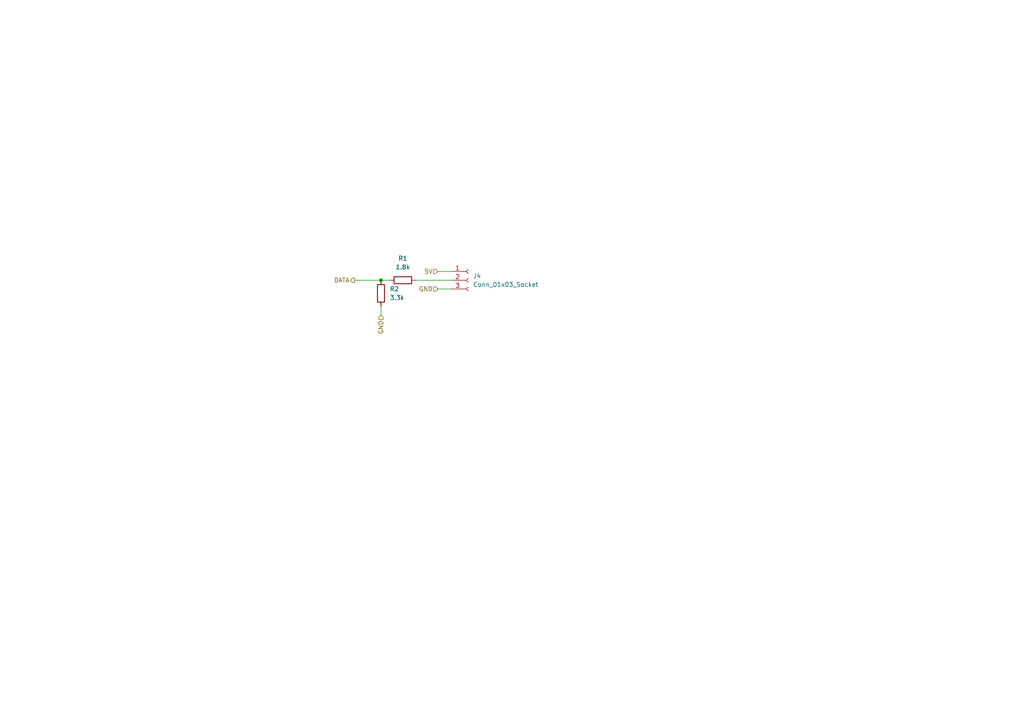
<source format=kicad_sch>
(kicad_sch (version 20230121) (generator eeschema)
  (paper "A4")
  (lib_symbols
    (symbol "Connector:Conn_01x03_Socket" (pin_names (offset 1.016) hide)
      (property "Reference" "J" (at 0 5.08 0))
      (property "Value" "Conn_01x03_Socket" (at 0 -5.08 0))
      (symbol "Conn_01x03_Socket_1_1"
        (arc (start 0 -2.032) (mid -0.5058 -2.54) (end 0 -3.048) (stroke (width 0.1524)))
        (polyline (pts (xy -1.27 -2.54) (xy -0.508 -2.54)) (stroke (width 0.1524)))
        (polyline (pts (xy -1.27 0) (xy -0.508 0)) (stroke (width 0.1524)))
        (polyline (pts (xy -1.27 2.54) (xy -0.508 2.54)) (stroke (width 0.1524)))
        (arc (start 0 0.508) (mid -0.5058 0) (end 0 -0.508) (stroke (width 0.1524)))
        (arc (start 0 3.048) (mid -0.5058 2.54) (end 0 2.032) (stroke (width 0.1524)))
        (pin passive line (at -5.08 2.54 0) (length 3.81) (name "Pin_1") (number "1"))
        (pin passive line (at -5.08 0 0) (length 3.81) (name "Pin_2") (number "2"))
        (pin passive line (at -5.08 -2.54 0) (length 3.81) (name "Pin_3") (number "3"))
      )
    )
    (symbol "Device:R" (pin_numbers hide) (pin_names (offset 0))
      (property "Reference" "R" (at 2.032 0 90))
      (property "Value" "R" (at 0 0 90))
      (symbol "R_0_1"
        (rectangle (start -1.016 -2.54) (end 1.016 2.54) (stroke (width 0.254)))
      )
      (symbol "R_1_1"
        (pin passive line (at 0 3.81 270) (length 1.27) (name "~") (number "1"))
        (pin passive line (at 0 -3.81 90) (length 1.27) (name "~") (number "2"))
      )
    )
  )
  (junction (at 110.49 81.28))
  (wire (pts (xy 110.49 88.9) (xy 110.49 91.44)))
  (wire (pts (xy 110.49 81.28) (xy 113.03 81.28)))
  (wire (pts (xy 127 83.82) (xy 130.81 83.82)))
  (wire (pts (xy 127 78.74) (xy 130.81 78.74)))
  (wire (pts (xy 120.65 81.28) (xy 130.81 81.28)))
  (wire (pts (xy 102.87 81.28) (xy 110.49 81.28)))
  (hierarchical_label "GND" (shape input) (at 110.49 91.44 270))
  (hierarchical_label "DATA" (shape output) (at 102.87 81.28 180))
  (hierarchical_label "GND" (shape input) (at 127 83.82 180))
  (hierarchical_label "5V" (shape input) (at 127 78.74 180))
  (symbol (lib_id "Device:R") (at 116.84 81.28 90) (unit 1)
    (property "Reference" "R1" (at 116.84 74.93 90))
    (property "Value" "1.8k" (at 116.84 77.47 90))
    (property "Footprint" "Resistor_THT:R_Axial_DIN0207_L6.3mm_D2.5mm_P10.16mm_Horizontal" (effects hide))
    (instances (project "sys_incendios_Tx" (path "" (reference "R1") (unit 1)) (path "" (reference "R2") (unit 1))))
  )
  (symbol (lib_id "Connector:Conn_01x03_Socket") (at 135.89 81.28 0) (unit 1)
    (property "Reference" "J4" (at 137.16 80.01 0) (effects (justify left)))
    (property "Value" "Conn_01x03_Socket" (at 137.16 82.55 0) (effects (justify left)))
    (property "Footprint" "Connector_JST:JST_EH_B3B-EH-A_1x03_P2.50mm_Vertical" (effects hide))
  )
  (symbol (lib_id "Device:R") (at 110.49 85.09 0) (unit 1)
    (property "Reference" "R2" (at 113.03 83.82 0) (effects (justify left)))
    (property "Value" "3.3k" (at 113.03 86.36 0) (effects (justify left)))
    (property "Footprint" "Resistor_THT:R_Axial_DIN0207_L6.3mm_D2.5mm_P10.16mm_Horizontal" (effects hide))
    (instances (project "sys_incendios_Tx" (path "" (reference "R2") (unit 1)) (path "" (reference "R1") (unit 1))))
  )
)
</source>
